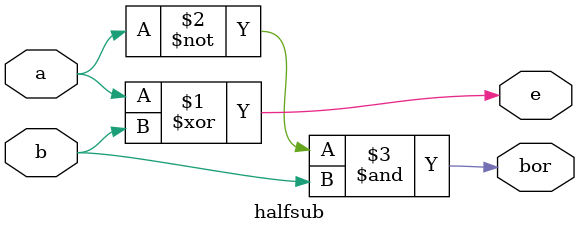
<source format=v>
`timescale 1ns / 1ps


module halfsub(
    input a, b, 
    output e, bor
    );
  assign e=a^b;
  assign bor=(~a)&b;
endmodule

</source>
